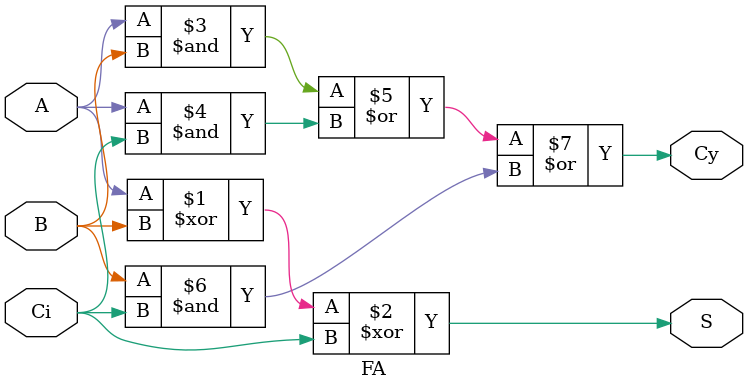
<source format=v>
`timescale 1ns/10ps
module FA(output S, Cy, input A, B, Ci);

assign S = A^B^Ci;
assign Cy = (A&B)|(A&Ci)|(B&Ci);

endmodule

</source>
